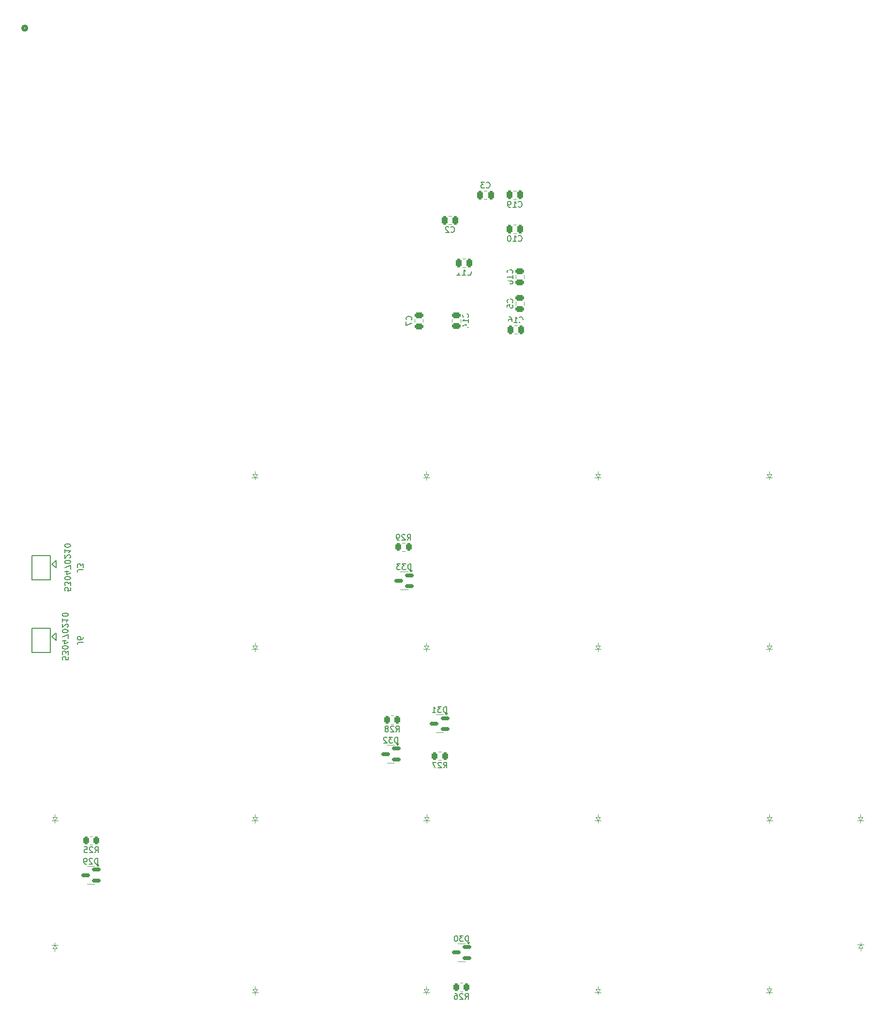
<source format=gbo>
G04 #@! TF.GenerationSoftware,KiCad,Pcbnew,8.0.5*
G04 #@! TF.CreationDate,2024-10-25T14:08:11-04:00*
G04 #@! TF.ProjectId,FULL BOARD,46554c4c-2042-44f4-9152-442e6b696361,rev?*
G04 #@! TF.SameCoordinates,Original*
G04 #@! TF.FileFunction,Legend,Bot*
G04 #@! TF.FilePolarity,Positive*
%FSLAX46Y46*%
G04 Gerber Fmt 4.6, Leading zero omitted, Abs format (unit mm)*
G04 Created by KiCad (PCBNEW 8.0.5) date 2024-10-25 14:08:11*
%MOMM*%
%LPD*%
G01*
G04 APERTURE LIST*
G04 Aperture macros list*
%AMRoundRect*
0 Rectangle with rounded corners*
0 $1 Rounding radius*
0 $2 $3 $4 $5 $6 $7 $8 $9 X,Y pos of 4 corners*
0 Add a 4 corners polygon primitive as box body*
4,1,4,$2,$3,$4,$5,$6,$7,$8,$9,$2,$3,0*
0 Add four circle primitives for the rounded corners*
1,1,$1+$1,$2,$3*
1,1,$1+$1,$4,$5*
1,1,$1+$1,$6,$7*
1,1,$1+$1,$8,$9*
0 Add four rect primitives between the rounded corners*
20,1,$1+$1,$2,$3,$4,$5,0*
20,1,$1+$1,$4,$5,$6,$7,0*
20,1,$1+$1,$6,$7,$8,$9,0*
20,1,$1+$1,$8,$9,$2,$3,0*%
G04 Aperture macros list end*
%ADD10C,0.150000*%
%ADD11C,0.508000*%
%ADD12C,0.100000*%
%ADD13C,0.127000*%
%ADD14C,0.120000*%
%ADD15C,1.600200*%
%ADD16C,0.762000*%
%ADD17C,3.556000*%
%ADD18C,1.750000*%
%ADD19C,4.000000*%
%ADD20C,2.500000*%
%ADD21C,2.006600*%
%ADD22R,1.600000X1.600000*%
%ADD23O,1.600000X1.600000*%
%ADD24R,0.850000X0.850000*%
%ADD25C,0.850000*%
%ADD26RoundRect,0.150000X0.587500X0.150000X-0.587500X0.150000X-0.587500X-0.150000X0.587500X-0.150000X0*%
%ADD27RoundRect,0.250000X0.250000X0.475000X-0.250000X0.475000X-0.250000X-0.475000X0.250000X-0.475000X0*%
%ADD28RoundRect,0.250000X-0.262500X-0.450000X0.262500X-0.450000X0.262500X0.450000X-0.262500X0.450000X0*%
%ADD29RoundRect,0.250000X-0.475000X0.250000X-0.475000X-0.250000X0.475000X-0.250000X0.475000X0.250000X0*%
%ADD30RoundRect,0.250000X-0.250000X-0.475000X0.250000X-0.475000X0.250000X0.475000X-0.250000X0.475000X0*%
%ADD31RoundRect,0.250000X0.262500X0.450000X-0.262500X0.450000X-0.262500X-0.450000X0.262500X-0.450000X0*%
%ADD32RoundRect,0.250000X0.475000X-0.250000X0.475000X0.250000X-0.475000X0.250000X-0.475000X-0.250000X0*%
%ADD33C,2.235200*%
G04 APERTURE END LIST*
D10*
X103185180Y-154703333D02*
X102470895Y-154703333D01*
X102470895Y-154703333D02*
X102328038Y-154750952D01*
X102328038Y-154750952D02*
X102232800Y-154846190D01*
X102232800Y-154846190D02*
X102185180Y-154989047D01*
X102185180Y-154989047D02*
X102185180Y-155084285D01*
X103185180Y-154322380D02*
X103185180Y-153703333D01*
X103185180Y-153703333D02*
X102804228Y-154036666D01*
X102804228Y-154036666D02*
X102804228Y-153893809D01*
X102804228Y-153893809D02*
X102756609Y-153798571D01*
X102756609Y-153798571D02*
X102708990Y-153750952D01*
X102708990Y-153750952D02*
X102613752Y-153703333D01*
X102613752Y-153703333D02*
X102375657Y-153703333D01*
X102375657Y-153703333D02*
X102280419Y-153750952D01*
X102280419Y-153750952D02*
X102232800Y-153798571D01*
X102232800Y-153798571D02*
X102185180Y-153893809D01*
X102185180Y-153893809D02*
X102185180Y-154179523D01*
X102185180Y-154179523D02*
X102232800Y-154274761D01*
X102232800Y-154274761D02*
X102280419Y-154322380D01*
X100985180Y-157846430D02*
X100985180Y-158322620D01*
X100985180Y-158322620D02*
X100508990Y-158370239D01*
X100508990Y-158370239D02*
X100556609Y-158322620D01*
X100556609Y-158322620D02*
X100604228Y-158227382D01*
X100604228Y-158227382D02*
X100604228Y-157989287D01*
X100604228Y-157989287D02*
X100556609Y-157894049D01*
X100556609Y-157894049D02*
X100508990Y-157846430D01*
X100508990Y-157846430D02*
X100413752Y-157798811D01*
X100413752Y-157798811D02*
X100175657Y-157798811D01*
X100175657Y-157798811D02*
X100080419Y-157846430D01*
X100080419Y-157846430D02*
X100032800Y-157894049D01*
X100032800Y-157894049D02*
X99985180Y-157989287D01*
X99985180Y-157989287D02*
X99985180Y-158227382D01*
X99985180Y-158227382D02*
X100032800Y-158322620D01*
X100032800Y-158322620D02*
X100080419Y-158370239D01*
X100985180Y-157465477D02*
X100985180Y-156846430D01*
X100985180Y-156846430D02*
X100604228Y-157179763D01*
X100604228Y-157179763D02*
X100604228Y-157036906D01*
X100604228Y-157036906D02*
X100556609Y-156941668D01*
X100556609Y-156941668D02*
X100508990Y-156894049D01*
X100508990Y-156894049D02*
X100413752Y-156846430D01*
X100413752Y-156846430D02*
X100175657Y-156846430D01*
X100175657Y-156846430D02*
X100080419Y-156894049D01*
X100080419Y-156894049D02*
X100032800Y-156941668D01*
X100032800Y-156941668D02*
X99985180Y-157036906D01*
X99985180Y-157036906D02*
X99985180Y-157322620D01*
X99985180Y-157322620D02*
X100032800Y-157417858D01*
X100032800Y-157417858D02*
X100080419Y-157465477D01*
X100985180Y-156227382D02*
X100985180Y-156132144D01*
X100985180Y-156132144D02*
X100937561Y-156036906D01*
X100937561Y-156036906D02*
X100889942Y-155989287D01*
X100889942Y-155989287D02*
X100794704Y-155941668D01*
X100794704Y-155941668D02*
X100604228Y-155894049D01*
X100604228Y-155894049D02*
X100366133Y-155894049D01*
X100366133Y-155894049D02*
X100175657Y-155941668D01*
X100175657Y-155941668D02*
X100080419Y-155989287D01*
X100080419Y-155989287D02*
X100032800Y-156036906D01*
X100032800Y-156036906D02*
X99985180Y-156132144D01*
X99985180Y-156132144D02*
X99985180Y-156227382D01*
X99985180Y-156227382D02*
X100032800Y-156322620D01*
X100032800Y-156322620D02*
X100080419Y-156370239D01*
X100080419Y-156370239D02*
X100175657Y-156417858D01*
X100175657Y-156417858D02*
X100366133Y-156465477D01*
X100366133Y-156465477D02*
X100604228Y-156465477D01*
X100604228Y-156465477D02*
X100794704Y-156417858D01*
X100794704Y-156417858D02*
X100889942Y-156370239D01*
X100889942Y-156370239D02*
X100937561Y-156322620D01*
X100937561Y-156322620D02*
X100985180Y-156227382D01*
X100651847Y-155036906D02*
X99985180Y-155036906D01*
X101032800Y-155275001D02*
X100318514Y-155513096D01*
X100318514Y-155513096D02*
X100318514Y-154894049D01*
X100985180Y-154608334D02*
X100985180Y-153941668D01*
X100985180Y-153941668D02*
X99985180Y-154370239D01*
X100985180Y-153370239D02*
X100985180Y-153275001D01*
X100985180Y-153275001D02*
X100937561Y-153179763D01*
X100937561Y-153179763D02*
X100889942Y-153132144D01*
X100889942Y-153132144D02*
X100794704Y-153084525D01*
X100794704Y-153084525D02*
X100604228Y-153036906D01*
X100604228Y-153036906D02*
X100366133Y-153036906D01*
X100366133Y-153036906D02*
X100175657Y-153084525D01*
X100175657Y-153084525D02*
X100080419Y-153132144D01*
X100080419Y-153132144D02*
X100032800Y-153179763D01*
X100032800Y-153179763D02*
X99985180Y-153275001D01*
X99985180Y-153275001D02*
X99985180Y-153370239D01*
X99985180Y-153370239D02*
X100032800Y-153465477D01*
X100032800Y-153465477D02*
X100080419Y-153513096D01*
X100080419Y-153513096D02*
X100175657Y-153560715D01*
X100175657Y-153560715D02*
X100366133Y-153608334D01*
X100366133Y-153608334D02*
X100604228Y-153608334D01*
X100604228Y-153608334D02*
X100794704Y-153560715D01*
X100794704Y-153560715D02*
X100889942Y-153513096D01*
X100889942Y-153513096D02*
X100937561Y-153465477D01*
X100937561Y-153465477D02*
X100985180Y-153370239D01*
X100889942Y-152655953D02*
X100937561Y-152608334D01*
X100937561Y-152608334D02*
X100985180Y-152513096D01*
X100985180Y-152513096D02*
X100985180Y-152275001D01*
X100985180Y-152275001D02*
X100937561Y-152179763D01*
X100937561Y-152179763D02*
X100889942Y-152132144D01*
X100889942Y-152132144D02*
X100794704Y-152084525D01*
X100794704Y-152084525D02*
X100699466Y-152084525D01*
X100699466Y-152084525D02*
X100556609Y-152132144D01*
X100556609Y-152132144D02*
X99985180Y-152703572D01*
X99985180Y-152703572D02*
X99985180Y-152084525D01*
X99985180Y-151132144D02*
X99985180Y-151703572D01*
X99985180Y-151417858D02*
X100985180Y-151417858D01*
X100985180Y-151417858D02*
X100842323Y-151513096D01*
X100842323Y-151513096D02*
X100747085Y-151608334D01*
X100747085Y-151608334D02*
X100699466Y-151703572D01*
X100985180Y-150513096D02*
X100985180Y-150417858D01*
X100985180Y-150417858D02*
X100937561Y-150322620D01*
X100937561Y-150322620D02*
X100889942Y-150275001D01*
X100889942Y-150275001D02*
X100794704Y-150227382D01*
X100794704Y-150227382D02*
X100604228Y-150179763D01*
X100604228Y-150179763D02*
X100366133Y-150179763D01*
X100366133Y-150179763D02*
X100175657Y-150227382D01*
X100175657Y-150227382D02*
X100080419Y-150275001D01*
X100080419Y-150275001D02*
X100032800Y-150322620D01*
X100032800Y-150322620D02*
X99985180Y-150417858D01*
X99985180Y-150417858D02*
X99985180Y-150513096D01*
X99985180Y-150513096D02*
X100032800Y-150608334D01*
X100032800Y-150608334D02*
X100080419Y-150655953D01*
X100080419Y-150655953D02*
X100175657Y-150703572D01*
X100175657Y-150703572D02*
X100366133Y-150751191D01*
X100366133Y-150751191D02*
X100604228Y-150751191D01*
X100604228Y-150751191D02*
X100794704Y-150703572D01*
X100794704Y-150703572D02*
X100889942Y-150655953D01*
X100889942Y-150655953D02*
X100937561Y-150608334D01*
X100937561Y-150608334D02*
X100985180Y-150513096D01*
X160574285Y-154664819D02*
X160574285Y-153664819D01*
X160574285Y-153664819D02*
X160336190Y-153664819D01*
X160336190Y-153664819D02*
X160193333Y-153712438D01*
X160193333Y-153712438D02*
X160098095Y-153807676D01*
X160098095Y-153807676D02*
X160050476Y-153902914D01*
X160050476Y-153902914D02*
X160002857Y-154093390D01*
X160002857Y-154093390D02*
X160002857Y-154236247D01*
X160002857Y-154236247D02*
X160050476Y-154426723D01*
X160050476Y-154426723D02*
X160098095Y-154521961D01*
X160098095Y-154521961D02*
X160193333Y-154617200D01*
X160193333Y-154617200D02*
X160336190Y-154664819D01*
X160336190Y-154664819D02*
X160574285Y-154664819D01*
X159669523Y-153664819D02*
X159050476Y-153664819D01*
X159050476Y-153664819D02*
X159383809Y-154045771D01*
X159383809Y-154045771D02*
X159240952Y-154045771D01*
X159240952Y-154045771D02*
X159145714Y-154093390D01*
X159145714Y-154093390D02*
X159098095Y-154141009D01*
X159098095Y-154141009D02*
X159050476Y-154236247D01*
X159050476Y-154236247D02*
X159050476Y-154474342D01*
X159050476Y-154474342D02*
X159098095Y-154569580D01*
X159098095Y-154569580D02*
X159145714Y-154617200D01*
X159145714Y-154617200D02*
X159240952Y-154664819D01*
X159240952Y-154664819D02*
X159526666Y-154664819D01*
X159526666Y-154664819D02*
X159621904Y-154617200D01*
X159621904Y-154617200D02*
X159669523Y-154569580D01*
X158717142Y-153664819D02*
X158098095Y-153664819D01*
X158098095Y-153664819D02*
X158431428Y-154045771D01*
X158431428Y-154045771D02*
X158288571Y-154045771D01*
X158288571Y-154045771D02*
X158193333Y-154093390D01*
X158193333Y-154093390D02*
X158145714Y-154141009D01*
X158145714Y-154141009D02*
X158098095Y-154236247D01*
X158098095Y-154236247D02*
X158098095Y-154474342D01*
X158098095Y-154474342D02*
X158145714Y-154569580D01*
X158145714Y-154569580D02*
X158193333Y-154617200D01*
X158193333Y-154617200D02*
X158288571Y-154664819D01*
X158288571Y-154664819D02*
X158574285Y-154664819D01*
X158574285Y-154664819D02*
X158669523Y-154617200D01*
X158669523Y-154617200D02*
X158717142Y-154569580D01*
X179542857Y-111419580D02*
X179590476Y-111467200D01*
X179590476Y-111467200D02*
X179733333Y-111514819D01*
X179733333Y-111514819D02*
X179828571Y-111514819D01*
X179828571Y-111514819D02*
X179971428Y-111467200D01*
X179971428Y-111467200D02*
X180066666Y-111371961D01*
X180066666Y-111371961D02*
X180114285Y-111276723D01*
X180114285Y-111276723D02*
X180161904Y-111086247D01*
X180161904Y-111086247D02*
X180161904Y-110943390D01*
X180161904Y-110943390D02*
X180114285Y-110752914D01*
X180114285Y-110752914D02*
X180066666Y-110657676D01*
X180066666Y-110657676D02*
X179971428Y-110562438D01*
X179971428Y-110562438D02*
X179828571Y-110514819D01*
X179828571Y-110514819D02*
X179733333Y-110514819D01*
X179733333Y-110514819D02*
X179590476Y-110562438D01*
X179590476Y-110562438D02*
X179542857Y-110610057D01*
X178590476Y-111514819D02*
X179161904Y-111514819D01*
X178876190Y-111514819D02*
X178876190Y-110514819D01*
X178876190Y-110514819D02*
X178971428Y-110657676D01*
X178971428Y-110657676D02*
X179066666Y-110752914D01*
X179066666Y-110752914D02*
X179161904Y-110800533D01*
X177733333Y-110514819D02*
X177923809Y-110514819D01*
X177923809Y-110514819D02*
X178019047Y-110562438D01*
X178019047Y-110562438D02*
X178066666Y-110610057D01*
X178066666Y-110610057D02*
X178161904Y-110752914D01*
X178161904Y-110752914D02*
X178209523Y-110943390D01*
X178209523Y-110943390D02*
X178209523Y-111324342D01*
X178209523Y-111324342D02*
X178161904Y-111419580D01*
X178161904Y-111419580D02*
X178114285Y-111467200D01*
X178114285Y-111467200D02*
X178019047Y-111514819D01*
X178019047Y-111514819D02*
X177828571Y-111514819D01*
X177828571Y-111514819D02*
X177733333Y-111467200D01*
X177733333Y-111467200D02*
X177685714Y-111419580D01*
X177685714Y-111419580D02*
X177638095Y-111324342D01*
X177638095Y-111324342D02*
X177638095Y-111086247D01*
X177638095Y-111086247D02*
X177685714Y-110991009D01*
X177685714Y-110991009D02*
X177733333Y-110943390D01*
X177733333Y-110943390D02*
X177828571Y-110895771D01*
X177828571Y-110895771D02*
X178019047Y-110895771D01*
X178019047Y-110895771D02*
X178114285Y-110943390D01*
X178114285Y-110943390D02*
X178161904Y-110991009D01*
X178161904Y-110991009D02*
X178209523Y-111086247D01*
X170030357Y-229764819D02*
X170363690Y-229288628D01*
X170601785Y-229764819D02*
X170601785Y-228764819D01*
X170601785Y-228764819D02*
X170220833Y-228764819D01*
X170220833Y-228764819D02*
X170125595Y-228812438D01*
X170125595Y-228812438D02*
X170077976Y-228860057D01*
X170077976Y-228860057D02*
X170030357Y-228955295D01*
X170030357Y-228955295D02*
X170030357Y-229098152D01*
X170030357Y-229098152D02*
X170077976Y-229193390D01*
X170077976Y-229193390D02*
X170125595Y-229241009D01*
X170125595Y-229241009D02*
X170220833Y-229288628D01*
X170220833Y-229288628D02*
X170601785Y-229288628D01*
X169649404Y-228860057D02*
X169601785Y-228812438D01*
X169601785Y-228812438D02*
X169506547Y-228764819D01*
X169506547Y-228764819D02*
X169268452Y-228764819D01*
X169268452Y-228764819D02*
X169173214Y-228812438D01*
X169173214Y-228812438D02*
X169125595Y-228860057D01*
X169125595Y-228860057D02*
X169077976Y-228955295D01*
X169077976Y-228955295D02*
X169077976Y-229050533D01*
X169077976Y-229050533D02*
X169125595Y-229193390D01*
X169125595Y-229193390D02*
X169697023Y-229764819D01*
X169697023Y-229764819D02*
X169077976Y-229764819D01*
X168220833Y-228764819D02*
X168411309Y-228764819D01*
X168411309Y-228764819D02*
X168506547Y-228812438D01*
X168506547Y-228812438D02*
X168554166Y-228860057D01*
X168554166Y-228860057D02*
X168649404Y-229002914D01*
X168649404Y-229002914D02*
X168697023Y-229193390D01*
X168697023Y-229193390D02*
X168697023Y-229574342D01*
X168697023Y-229574342D02*
X168649404Y-229669580D01*
X168649404Y-229669580D02*
X168601785Y-229717200D01*
X168601785Y-229717200D02*
X168506547Y-229764819D01*
X168506547Y-229764819D02*
X168316071Y-229764819D01*
X168316071Y-229764819D02*
X168220833Y-229717200D01*
X168220833Y-229717200D02*
X168173214Y-229669580D01*
X168173214Y-229669580D02*
X168125595Y-229574342D01*
X168125595Y-229574342D02*
X168125595Y-229336247D01*
X168125595Y-229336247D02*
X168173214Y-229241009D01*
X168173214Y-229241009D02*
X168220833Y-229193390D01*
X168220833Y-229193390D02*
X168316071Y-229145771D01*
X168316071Y-229145771D02*
X168506547Y-229145771D01*
X168506547Y-229145771D02*
X168601785Y-229193390D01*
X168601785Y-229193390D02*
X168649404Y-229241009D01*
X168649404Y-229241009D02*
X168697023Y-229336247D01*
X160629580Y-111033333D02*
X160677200Y-110985714D01*
X160677200Y-110985714D02*
X160724819Y-110842857D01*
X160724819Y-110842857D02*
X160724819Y-110747619D01*
X160724819Y-110747619D02*
X160677200Y-110604762D01*
X160677200Y-110604762D02*
X160581961Y-110509524D01*
X160581961Y-110509524D02*
X160486723Y-110461905D01*
X160486723Y-110461905D02*
X160296247Y-110414286D01*
X160296247Y-110414286D02*
X160153390Y-110414286D01*
X160153390Y-110414286D02*
X159962914Y-110461905D01*
X159962914Y-110461905D02*
X159867676Y-110509524D01*
X159867676Y-110509524D02*
X159772438Y-110604762D01*
X159772438Y-110604762D02*
X159724819Y-110747619D01*
X159724819Y-110747619D02*
X159724819Y-110842857D01*
X159724819Y-110842857D02*
X159772438Y-110985714D01*
X159772438Y-110985714D02*
X159820057Y-111033333D01*
X159724819Y-111366667D02*
X159724819Y-112033333D01*
X159724819Y-112033333D02*
X160724819Y-111604762D01*
X170502857Y-103139580D02*
X170550476Y-103187200D01*
X170550476Y-103187200D02*
X170693333Y-103234819D01*
X170693333Y-103234819D02*
X170788571Y-103234819D01*
X170788571Y-103234819D02*
X170931428Y-103187200D01*
X170931428Y-103187200D02*
X171026666Y-103091961D01*
X171026666Y-103091961D02*
X171074285Y-102996723D01*
X171074285Y-102996723D02*
X171121904Y-102806247D01*
X171121904Y-102806247D02*
X171121904Y-102663390D01*
X171121904Y-102663390D02*
X171074285Y-102472914D01*
X171074285Y-102472914D02*
X171026666Y-102377676D01*
X171026666Y-102377676D02*
X170931428Y-102282438D01*
X170931428Y-102282438D02*
X170788571Y-102234819D01*
X170788571Y-102234819D02*
X170693333Y-102234819D01*
X170693333Y-102234819D02*
X170550476Y-102282438D01*
X170550476Y-102282438D02*
X170502857Y-102330057D01*
X169550476Y-103234819D02*
X170121904Y-103234819D01*
X169836190Y-103234819D02*
X169836190Y-102234819D01*
X169836190Y-102234819D02*
X169931428Y-102377676D01*
X169931428Y-102377676D02*
X170026666Y-102472914D01*
X170026666Y-102472914D02*
X170121904Y-102520533D01*
X168598095Y-103234819D02*
X169169523Y-103234819D01*
X168883809Y-103234819D02*
X168883809Y-102234819D01*
X168883809Y-102234819D02*
X168979047Y-102377676D01*
X168979047Y-102377676D02*
X169074285Y-102472914D01*
X169074285Y-102472914D02*
X169169523Y-102520533D01*
X179372857Y-91219580D02*
X179420476Y-91267200D01*
X179420476Y-91267200D02*
X179563333Y-91314819D01*
X179563333Y-91314819D02*
X179658571Y-91314819D01*
X179658571Y-91314819D02*
X179801428Y-91267200D01*
X179801428Y-91267200D02*
X179896666Y-91171961D01*
X179896666Y-91171961D02*
X179944285Y-91076723D01*
X179944285Y-91076723D02*
X179991904Y-90886247D01*
X179991904Y-90886247D02*
X179991904Y-90743390D01*
X179991904Y-90743390D02*
X179944285Y-90552914D01*
X179944285Y-90552914D02*
X179896666Y-90457676D01*
X179896666Y-90457676D02*
X179801428Y-90362438D01*
X179801428Y-90362438D02*
X179658571Y-90314819D01*
X179658571Y-90314819D02*
X179563333Y-90314819D01*
X179563333Y-90314819D02*
X179420476Y-90362438D01*
X179420476Y-90362438D02*
X179372857Y-90410057D01*
X178420476Y-91314819D02*
X178991904Y-91314819D01*
X178706190Y-91314819D02*
X178706190Y-90314819D01*
X178706190Y-90314819D02*
X178801428Y-90457676D01*
X178801428Y-90457676D02*
X178896666Y-90552914D01*
X178896666Y-90552914D02*
X178991904Y-90600533D01*
X177944285Y-91314819D02*
X177753809Y-91314819D01*
X177753809Y-91314819D02*
X177658571Y-91267200D01*
X177658571Y-91267200D02*
X177610952Y-91219580D01*
X177610952Y-91219580D02*
X177515714Y-91076723D01*
X177515714Y-91076723D02*
X177468095Y-90886247D01*
X177468095Y-90886247D02*
X177468095Y-90505295D01*
X177468095Y-90505295D02*
X177515714Y-90410057D01*
X177515714Y-90410057D02*
X177563333Y-90362438D01*
X177563333Y-90362438D02*
X177658571Y-90314819D01*
X177658571Y-90314819D02*
X177849047Y-90314819D01*
X177849047Y-90314819D02*
X177944285Y-90362438D01*
X177944285Y-90362438D02*
X177991904Y-90410057D01*
X177991904Y-90410057D02*
X178039523Y-90505295D01*
X178039523Y-90505295D02*
X178039523Y-90743390D01*
X178039523Y-90743390D02*
X177991904Y-90838628D01*
X177991904Y-90838628D02*
X177944285Y-90886247D01*
X177944285Y-90886247D02*
X177849047Y-90933866D01*
X177849047Y-90933866D02*
X177658571Y-90933866D01*
X177658571Y-90933866D02*
X177563333Y-90886247D01*
X177563333Y-90886247D02*
X177515714Y-90838628D01*
X177515714Y-90838628D02*
X177468095Y-90743390D01*
X178299580Y-102857142D02*
X178347200Y-102809523D01*
X178347200Y-102809523D02*
X178394819Y-102666666D01*
X178394819Y-102666666D02*
X178394819Y-102571428D01*
X178394819Y-102571428D02*
X178347200Y-102428571D01*
X178347200Y-102428571D02*
X178251961Y-102333333D01*
X178251961Y-102333333D02*
X178156723Y-102285714D01*
X178156723Y-102285714D02*
X177966247Y-102238095D01*
X177966247Y-102238095D02*
X177823390Y-102238095D01*
X177823390Y-102238095D02*
X177632914Y-102285714D01*
X177632914Y-102285714D02*
X177537676Y-102333333D01*
X177537676Y-102333333D02*
X177442438Y-102428571D01*
X177442438Y-102428571D02*
X177394819Y-102571428D01*
X177394819Y-102571428D02*
X177394819Y-102666666D01*
X177394819Y-102666666D02*
X177442438Y-102809523D01*
X177442438Y-102809523D02*
X177490057Y-102857142D01*
X178394819Y-103809523D02*
X178394819Y-103238095D01*
X178394819Y-103523809D02*
X177394819Y-103523809D01*
X177394819Y-103523809D02*
X177537676Y-103428571D01*
X177537676Y-103428571D02*
X177632914Y-103333333D01*
X177632914Y-103333333D02*
X177680533Y-103238095D01*
X177823390Y-104380952D02*
X177775771Y-104285714D01*
X177775771Y-104285714D02*
X177728152Y-104238095D01*
X177728152Y-104238095D02*
X177632914Y-104190476D01*
X177632914Y-104190476D02*
X177585295Y-104190476D01*
X177585295Y-104190476D02*
X177490057Y-104238095D01*
X177490057Y-104238095D02*
X177442438Y-104285714D01*
X177442438Y-104285714D02*
X177394819Y-104380952D01*
X177394819Y-104380952D02*
X177394819Y-104571428D01*
X177394819Y-104571428D02*
X177442438Y-104666666D01*
X177442438Y-104666666D02*
X177490057Y-104714285D01*
X177490057Y-104714285D02*
X177585295Y-104761904D01*
X177585295Y-104761904D02*
X177632914Y-104761904D01*
X177632914Y-104761904D02*
X177728152Y-104714285D01*
X177728152Y-104714285D02*
X177775771Y-104666666D01*
X177775771Y-104666666D02*
X177823390Y-104571428D01*
X177823390Y-104571428D02*
X177823390Y-104380952D01*
X177823390Y-104380952D02*
X177871009Y-104285714D01*
X177871009Y-104285714D02*
X177918628Y-104238095D01*
X177918628Y-104238095D02*
X178013866Y-104190476D01*
X178013866Y-104190476D02*
X178204342Y-104190476D01*
X178204342Y-104190476D02*
X178299580Y-104238095D01*
X178299580Y-104238095D02*
X178347200Y-104285714D01*
X178347200Y-104285714D02*
X178394819Y-104380952D01*
X178394819Y-104380952D02*
X178394819Y-104571428D01*
X178394819Y-104571428D02*
X178347200Y-104666666D01*
X178347200Y-104666666D02*
X178299580Y-104714285D01*
X178299580Y-104714285D02*
X178204342Y-104761904D01*
X178204342Y-104761904D02*
X178013866Y-104761904D01*
X178013866Y-104761904D02*
X177918628Y-104714285D01*
X177918628Y-104714285D02*
X177871009Y-104666666D01*
X177871009Y-104666666D02*
X177823390Y-104571428D01*
X105776785Y-206124819D02*
X105776785Y-205124819D01*
X105776785Y-205124819D02*
X105538690Y-205124819D01*
X105538690Y-205124819D02*
X105395833Y-205172438D01*
X105395833Y-205172438D02*
X105300595Y-205267676D01*
X105300595Y-205267676D02*
X105252976Y-205362914D01*
X105252976Y-205362914D02*
X105205357Y-205553390D01*
X105205357Y-205553390D02*
X105205357Y-205696247D01*
X105205357Y-205696247D02*
X105252976Y-205886723D01*
X105252976Y-205886723D02*
X105300595Y-205981961D01*
X105300595Y-205981961D02*
X105395833Y-206077200D01*
X105395833Y-206077200D02*
X105538690Y-206124819D01*
X105538690Y-206124819D02*
X105776785Y-206124819D01*
X104824404Y-205220057D02*
X104776785Y-205172438D01*
X104776785Y-205172438D02*
X104681547Y-205124819D01*
X104681547Y-205124819D02*
X104443452Y-205124819D01*
X104443452Y-205124819D02*
X104348214Y-205172438D01*
X104348214Y-205172438D02*
X104300595Y-205220057D01*
X104300595Y-205220057D02*
X104252976Y-205315295D01*
X104252976Y-205315295D02*
X104252976Y-205410533D01*
X104252976Y-205410533D02*
X104300595Y-205553390D01*
X104300595Y-205553390D02*
X104872023Y-206124819D01*
X104872023Y-206124819D02*
X104252976Y-206124819D01*
X103776785Y-206124819D02*
X103586309Y-206124819D01*
X103586309Y-206124819D02*
X103491071Y-206077200D01*
X103491071Y-206077200D02*
X103443452Y-206029580D01*
X103443452Y-206029580D02*
X103348214Y-205886723D01*
X103348214Y-205886723D02*
X103300595Y-205696247D01*
X103300595Y-205696247D02*
X103300595Y-205315295D01*
X103300595Y-205315295D02*
X103348214Y-205220057D01*
X103348214Y-205220057D02*
X103395833Y-205172438D01*
X103395833Y-205172438D02*
X103491071Y-205124819D01*
X103491071Y-205124819D02*
X103681547Y-205124819D01*
X103681547Y-205124819D02*
X103776785Y-205172438D01*
X103776785Y-205172438D02*
X103824404Y-205220057D01*
X103824404Y-205220057D02*
X103872023Y-205315295D01*
X103872023Y-205315295D02*
X103872023Y-205553390D01*
X103872023Y-205553390D02*
X103824404Y-205648628D01*
X103824404Y-205648628D02*
X103776785Y-205696247D01*
X103776785Y-205696247D02*
X103681547Y-205743866D01*
X103681547Y-205743866D02*
X103491071Y-205743866D01*
X103491071Y-205743866D02*
X103395833Y-205696247D01*
X103395833Y-205696247D02*
X103348214Y-205648628D01*
X103348214Y-205648628D02*
X103300595Y-205553390D01*
X178299580Y-107993333D02*
X178347200Y-107945714D01*
X178347200Y-107945714D02*
X178394819Y-107802857D01*
X178394819Y-107802857D02*
X178394819Y-107707619D01*
X178394819Y-107707619D02*
X178347200Y-107564762D01*
X178347200Y-107564762D02*
X178251961Y-107469524D01*
X178251961Y-107469524D02*
X178156723Y-107421905D01*
X178156723Y-107421905D02*
X177966247Y-107374286D01*
X177966247Y-107374286D02*
X177823390Y-107374286D01*
X177823390Y-107374286D02*
X177632914Y-107421905D01*
X177632914Y-107421905D02*
X177537676Y-107469524D01*
X177537676Y-107469524D02*
X177442438Y-107564762D01*
X177442438Y-107564762D02*
X177394819Y-107707619D01*
X177394819Y-107707619D02*
X177394819Y-107802857D01*
X177394819Y-107802857D02*
X177442438Y-107945714D01*
X177442438Y-107945714D02*
X177490057Y-107993333D01*
X177394819Y-108898095D02*
X177394819Y-108421905D01*
X177394819Y-108421905D02*
X177871009Y-108374286D01*
X177871009Y-108374286D02*
X177823390Y-108421905D01*
X177823390Y-108421905D02*
X177775771Y-108517143D01*
X177775771Y-108517143D02*
X177775771Y-108755238D01*
X177775771Y-108755238D02*
X177823390Y-108850476D01*
X177823390Y-108850476D02*
X177871009Y-108898095D01*
X177871009Y-108898095D02*
X177966247Y-108945714D01*
X177966247Y-108945714D02*
X178204342Y-108945714D01*
X178204342Y-108945714D02*
X178299580Y-108898095D01*
X178299580Y-108898095D02*
X178347200Y-108850476D01*
X178347200Y-108850476D02*
X178394819Y-108755238D01*
X178394819Y-108755238D02*
X178394819Y-108517143D01*
X178394819Y-108517143D02*
X178347200Y-108421905D01*
X178347200Y-108421905D02*
X178299580Y-108374286D01*
X157935357Y-183024819D02*
X158268690Y-182548628D01*
X158506785Y-183024819D02*
X158506785Y-182024819D01*
X158506785Y-182024819D02*
X158125833Y-182024819D01*
X158125833Y-182024819D02*
X158030595Y-182072438D01*
X158030595Y-182072438D02*
X157982976Y-182120057D01*
X157982976Y-182120057D02*
X157935357Y-182215295D01*
X157935357Y-182215295D02*
X157935357Y-182358152D01*
X157935357Y-182358152D02*
X157982976Y-182453390D01*
X157982976Y-182453390D02*
X158030595Y-182501009D01*
X158030595Y-182501009D02*
X158125833Y-182548628D01*
X158125833Y-182548628D02*
X158506785Y-182548628D01*
X157554404Y-182120057D02*
X157506785Y-182072438D01*
X157506785Y-182072438D02*
X157411547Y-182024819D01*
X157411547Y-182024819D02*
X157173452Y-182024819D01*
X157173452Y-182024819D02*
X157078214Y-182072438D01*
X157078214Y-182072438D02*
X157030595Y-182120057D01*
X157030595Y-182120057D02*
X156982976Y-182215295D01*
X156982976Y-182215295D02*
X156982976Y-182310533D01*
X156982976Y-182310533D02*
X157030595Y-182453390D01*
X157030595Y-182453390D02*
X157602023Y-183024819D01*
X157602023Y-183024819D02*
X156982976Y-183024819D01*
X156411547Y-182453390D02*
X156506785Y-182405771D01*
X156506785Y-182405771D02*
X156554404Y-182358152D01*
X156554404Y-182358152D02*
X156602023Y-182262914D01*
X156602023Y-182262914D02*
X156602023Y-182215295D01*
X156602023Y-182215295D02*
X156554404Y-182120057D01*
X156554404Y-182120057D02*
X156506785Y-182072438D01*
X156506785Y-182072438D02*
X156411547Y-182024819D01*
X156411547Y-182024819D02*
X156221071Y-182024819D01*
X156221071Y-182024819D02*
X156125833Y-182072438D01*
X156125833Y-182072438D02*
X156078214Y-182120057D01*
X156078214Y-182120057D02*
X156030595Y-182215295D01*
X156030595Y-182215295D02*
X156030595Y-182262914D01*
X156030595Y-182262914D02*
X156078214Y-182358152D01*
X156078214Y-182358152D02*
X156125833Y-182405771D01*
X156125833Y-182405771D02*
X156221071Y-182453390D01*
X156221071Y-182453390D02*
X156411547Y-182453390D01*
X156411547Y-182453390D02*
X156506785Y-182501009D01*
X156506785Y-182501009D02*
X156554404Y-182548628D01*
X156554404Y-182548628D02*
X156602023Y-182643866D01*
X156602023Y-182643866D02*
X156602023Y-182834342D01*
X156602023Y-182834342D02*
X156554404Y-182929580D01*
X156554404Y-182929580D02*
X156506785Y-182977200D01*
X156506785Y-182977200D02*
X156411547Y-183024819D01*
X156411547Y-183024819D02*
X156221071Y-183024819D01*
X156221071Y-183024819D02*
X156125833Y-182977200D01*
X156125833Y-182977200D02*
X156078214Y-182929580D01*
X156078214Y-182929580D02*
X156030595Y-182834342D01*
X156030595Y-182834342D02*
X156030595Y-182643866D01*
X156030595Y-182643866D02*
X156078214Y-182548628D01*
X156078214Y-182548628D02*
X156125833Y-182501009D01*
X156125833Y-182501009D02*
X156221071Y-182453390D01*
X170631785Y-219654819D02*
X170631785Y-218654819D01*
X170631785Y-218654819D02*
X170393690Y-218654819D01*
X170393690Y-218654819D02*
X170250833Y-218702438D01*
X170250833Y-218702438D02*
X170155595Y-218797676D01*
X170155595Y-218797676D02*
X170107976Y-218892914D01*
X170107976Y-218892914D02*
X170060357Y-219083390D01*
X170060357Y-219083390D02*
X170060357Y-219226247D01*
X170060357Y-219226247D02*
X170107976Y-219416723D01*
X170107976Y-219416723D02*
X170155595Y-219511961D01*
X170155595Y-219511961D02*
X170250833Y-219607200D01*
X170250833Y-219607200D02*
X170393690Y-219654819D01*
X170393690Y-219654819D02*
X170631785Y-219654819D01*
X169727023Y-218654819D02*
X169107976Y-218654819D01*
X169107976Y-218654819D02*
X169441309Y-219035771D01*
X169441309Y-219035771D02*
X169298452Y-219035771D01*
X169298452Y-219035771D02*
X169203214Y-219083390D01*
X169203214Y-219083390D02*
X169155595Y-219131009D01*
X169155595Y-219131009D02*
X169107976Y-219226247D01*
X169107976Y-219226247D02*
X169107976Y-219464342D01*
X169107976Y-219464342D02*
X169155595Y-219559580D01*
X169155595Y-219559580D02*
X169203214Y-219607200D01*
X169203214Y-219607200D02*
X169298452Y-219654819D01*
X169298452Y-219654819D02*
X169584166Y-219654819D01*
X169584166Y-219654819D02*
X169679404Y-219607200D01*
X169679404Y-219607200D02*
X169727023Y-219559580D01*
X168488928Y-218654819D02*
X168393690Y-218654819D01*
X168393690Y-218654819D02*
X168298452Y-218702438D01*
X168298452Y-218702438D02*
X168250833Y-218750057D01*
X168250833Y-218750057D02*
X168203214Y-218845295D01*
X168203214Y-218845295D02*
X168155595Y-219035771D01*
X168155595Y-219035771D02*
X168155595Y-219273866D01*
X168155595Y-219273866D02*
X168203214Y-219464342D01*
X168203214Y-219464342D02*
X168250833Y-219559580D01*
X168250833Y-219559580D02*
X168298452Y-219607200D01*
X168298452Y-219607200D02*
X168393690Y-219654819D01*
X168393690Y-219654819D02*
X168488928Y-219654819D01*
X168488928Y-219654819D02*
X168584166Y-219607200D01*
X168584166Y-219607200D02*
X168631785Y-219559580D01*
X168631785Y-219559580D02*
X168679404Y-219464342D01*
X168679404Y-219464342D02*
X168727023Y-219273866D01*
X168727023Y-219273866D02*
X168727023Y-219035771D01*
X168727023Y-219035771D02*
X168679404Y-218845295D01*
X168679404Y-218845295D02*
X168631785Y-218750057D01*
X168631785Y-218750057D02*
X168584166Y-218702438D01*
X168584166Y-218702438D02*
X168488928Y-218654819D01*
X103205180Y-167368332D02*
X102490895Y-167368332D01*
X102490895Y-167368332D02*
X102348038Y-167415951D01*
X102348038Y-167415951D02*
X102252800Y-167511189D01*
X102252800Y-167511189D02*
X102205180Y-167654046D01*
X102205180Y-167654046D02*
X102205180Y-167749284D01*
X103205180Y-166463570D02*
X103205180Y-166654046D01*
X103205180Y-166654046D02*
X103157561Y-166749284D01*
X103157561Y-166749284D02*
X103109942Y-166796903D01*
X103109942Y-166796903D02*
X102967085Y-166892141D01*
X102967085Y-166892141D02*
X102776609Y-166939760D01*
X102776609Y-166939760D02*
X102395657Y-166939760D01*
X102395657Y-166939760D02*
X102300419Y-166892141D01*
X102300419Y-166892141D02*
X102252800Y-166844522D01*
X102252800Y-166844522D02*
X102205180Y-166749284D01*
X102205180Y-166749284D02*
X102205180Y-166558808D01*
X102205180Y-166558808D02*
X102252800Y-166463570D01*
X102252800Y-166463570D02*
X102300419Y-166415951D01*
X102300419Y-166415951D02*
X102395657Y-166368332D01*
X102395657Y-166368332D02*
X102633752Y-166368332D01*
X102633752Y-166368332D02*
X102728990Y-166415951D01*
X102728990Y-166415951D02*
X102776609Y-166463570D01*
X102776609Y-166463570D02*
X102824228Y-166558808D01*
X102824228Y-166558808D02*
X102824228Y-166749284D01*
X102824228Y-166749284D02*
X102776609Y-166844522D01*
X102776609Y-166844522D02*
X102728990Y-166892141D01*
X102728990Y-166892141D02*
X102633752Y-166939760D01*
X100565180Y-169941429D02*
X100565180Y-170417619D01*
X100565180Y-170417619D02*
X100088990Y-170465238D01*
X100088990Y-170465238D02*
X100136609Y-170417619D01*
X100136609Y-170417619D02*
X100184228Y-170322381D01*
X100184228Y-170322381D02*
X100184228Y-170084286D01*
X100184228Y-170084286D02*
X100136609Y-169989048D01*
X100136609Y-169989048D02*
X100088990Y-169941429D01*
X100088990Y-169941429D02*
X99993752Y-169893810D01*
X99993752Y-169893810D02*
X99755657Y-169893810D01*
X99755657Y-169893810D02*
X99660419Y-169941429D01*
X99660419Y-169941429D02*
X99612800Y-169989048D01*
X99612800Y-169989048D02*
X99565180Y-170084286D01*
X99565180Y-170084286D02*
X99565180Y-170322381D01*
X99565180Y-170322381D02*
X99612800Y-170417619D01*
X99612800Y-170417619D02*
X99660419Y-170465238D01*
X100565180Y-169560476D02*
X100565180Y-168941429D01*
X100565180Y-168941429D02*
X100184228Y-169274762D01*
X100184228Y-169274762D02*
X100184228Y-169131905D01*
X100184228Y-169131905D02*
X100136609Y-169036667D01*
X100136609Y-169036667D02*
X100088990Y-168989048D01*
X100088990Y-168989048D02*
X99993752Y-168941429D01*
X99993752Y-168941429D02*
X99755657Y-168941429D01*
X99755657Y-168941429D02*
X99660419Y-168989048D01*
X99660419Y-168989048D02*
X99612800Y-169036667D01*
X99612800Y-169036667D02*
X99565180Y-169131905D01*
X99565180Y-169131905D02*
X99565180Y-169417619D01*
X99565180Y-169417619D02*
X99612800Y-169512857D01*
X99612800Y-169512857D02*
X99660419Y-169560476D01*
X100565180Y-168322381D02*
X100565180Y-168227143D01*
X100565180Y-168227143D02*
X100517561Y-168131905D01*
X100517561Y-168131905D02*
X100469942Y-168084286D01*
X100469942Y-168084286D02*
X100374704Y-168036667D01*
X100374704Y-168036667D02*
X100184228Y-167989048D01*
X100184228Y-167989048D02*
X99946133Y-167989048D01*
X99946133Y-167989048D02*
X99755657Y-168036667D01*
X99755657Y-168036667D02*
X99660419Y-168084286D01*
X99660419Y-168084286D02*
X99612800Y-168131905D01*
X99612800Y-168131905D02*
X99565180Y-168227143D01*
X99565180Y-168227143D02*
X99565180Y-168322381D01*
X99565180Y-168322381D02*
X99612800Y-168417619D01*
X99612800Y-168417619D02*
X99660419Y-168465238D01*
X99660419Y-168465238D02*
X99755657Y-168512857D01*
X99755657Y-168512857D02*
X99946133Y-168560476D01*
X99946133Y-168560476D02*
X100184228Y-168560476D01*
X100184228Y-168560476D02*
X100374704Y-168512857D01*
X100374704Y-168512857D02*
X100469942Y-168465238D01*
X100469942Y-168465238D02*
X100517561Y-168417619D01*
X100517561Y-168417619D02*
X100565180Y-168322381D01*
X100231847Y-167131905D02*
X99565180Y-167131905D01*
X100612800Y-167370000D02*
X99898514Y-167608095D01*
X99898514Y-167608095D02*
X99898514Y-166989048D01*
X100565180Y-166703333D02*
X100565180Y-166036667D01*
X100565180Y-166036667D02*
X99565180Y-166465238D01*
X100565180Y-165465238D02*
X100565180Y-165370000D01*
X100565180Y-165370000D02*
X100517561Y-165274762D01*
X100517561Y-165274762D02*
X100469942Y-165227143D01*
X100469942Y-165227143D02*
X100374704Y-165179524D01*
X100374704Y-165179524D02*
X100184228Y-165131905D01*
X100184228Y-165131905D02*
X99946133Y-165131905D01*
X99946133Y-165131905D02*
X99755657Y-165179524D01*
X99755657Y-165179524D02*
X99660419Y-165227143D01*
X99660419Y-165227143D02*
X99612800Y-165274762D01*
X99612800Y-165274762D02*
X99565180Y-165370000D01*
X99565180Y-165370000D02*
X99565180Y-165465238D01*
X99565180Y-165465238D02*
X99612800Y-165560476D01*
X99612800Y-165560476D02*
X99660419Y-165608095D01*
X99660419Y-165608095D02*
X99755657Y-165655714D01*
X99755657Y-165655714D02*
X99946133Y-165703333D01*
X99946133Y-165703333D02*
X100184228Y-165703333D01*
X100184228Y-165703333D02*
X100374704Y-165655714D01*
X100374704Y-165655714D02*
X100469942Y-165608095D01*
X100469942Y-165608095D02*
X100517561Y-165560476D01*
X100517561Y-165560476D02*
X100565180Y-165465238D01*
X100469942Y-164750952D02*
X100517561Y-164703333D01*
X100517561Y-164703333D02*
X100565180Y-164608095D01*
X100565180Y-164608095D02*
X100565180Y-164370000D01*
X100565180Y-164370000D02*
X100517561Y-164274762D01*
X100517561Y-164274762D02*
X100469942Y-164227143D01*
X100469942Y-164227143D02*
X100374704Y-164179524D01*
X100374704Y-164179524D02*
X100279466Y-164179524D01*
X100279466Y-164179524D02*
X100136609Y-164227143D01*
X100136609Y-164227143D02*
X99565180Y-164798571D01*
X99565180Y-164798571D02*
X99565180Y-164179524D01*
X99565180Y-163227143D02*
X99565180Y-163798571D01*
X99565180Y-163512857D02*
X100565180Y-163512857D01*
X100565180Y-163512857D02*
X100422323Y-163608095D01*
X100422323Y-163608095D02*
X100327085Y-163703333D01*
X100327085Y-163703333D02*
X100279466Y-163798571D01*
X100565180Y-162608095D02*
X100565180Y-162512857D01*
X100565180Y-162512857D02*
X100517561Y-162417619D01*
X100517561Y-162417619D02*
X100469942Y-162370000D01*
X100469942Y-162370000D02*
X100374704Y-162322381D01*
X100374704Y-162322381D02*
X100184228Y-162274762D01*
X100184228Y-162274762D02*
X99946133Y-162274762D01*
X99946133Y-162274762D02*
X99755657Y-162322381D01*
X99755657Y-162322381D02*
X99660419Y-162370000D01*
X99660419Y-162370000D02*
X99612800Y-162417619D01*
X99612800Y-162417619D02*
X99565180Y-162512857D01*
X99565180Y-162512857D02*
X99565180Y-162608095D01*
X99565180Y-162608095D02*
X99612800Y-162703333D01*
X99612800Y-162703333D02*
X99660419Y-162750952D01*
X99660419Y-162750952D02*
X99755657Y-162798571D01*
X99755657Y-162798571D02*
X99946133Y-162846190D01*
X99946133Y-162846190D02*
X100184228Y-162846190D01*
X100184228Y-162846190D02*
X100374704Y-162798571D01*
X100374704Y-162798571D02*
X100469942Y-162750952D01*
X100469942Y-162750952D02*
X100517561Y-162703333D01*
X100517561Y-162703333D02*
X100565180Y-162608095D01*
X167566666Y-95639580D02*
X167614285Y-95687200D01*
X167614285Y-95687200D02*
X167757142Y-95734819D01*
X167757142Y-95734819D02*
X167852380Y-95734819D01*
X167852380Y-95734819D02*
X167995237Y-95687200D01*
X167995237Y-95687200D02*
X168090475Y-95591961D01*
X168090475Y-95591961D02*
X168138094Y-95496723D01*
X168138094Y-95496723D02*
X168185713Y-95306247D01*
X168185713Y-95306247D02*
X168185713Y-95163390D01*
X168185713Y-95163390D02*
X168138094Y-94972914D01*
X168138094Y-94972914D02*
X168090475Y-94877676D01*
X168090475Y-94877676D02*
X167995237Y-94782438D01*
X167995237Y-94782438D02*
X167852380Y-94734819D01*
X167852380Y-94734819D02*
X167757142Y-94734819D01*
X167757142Y-94734819D02*
X167614285Y-94782438D01*
X167614285Y-94782438D02*
X167566666Y-94830057D01*
X167185713Y-94830057D02*
X167138094Y-94782438D01*
X167138094Y-94782438D02*
X167042856Y-94734819D01*
X167042856Y-94734819D02*
X166804761Y-94734819D01*
X166804761Y-94734819D02*
X166709523Y-94782438D01*
X166709523Y-94782438D02*
X166661904Y-94830057D01*
X166661904Y-94830057D02*
X166614285Y-94925295D01*
X166614285Y-94925295D02*
X166614285Y-95020533D01*
X166614285Y-95020533D02*
X166661904Y-95163390D01*
X166661904Y-95163390D02*
X167233332Y-95734819D01*
X167233332Y-95734819D02*
X166614285Y-95734819D01*
X105265357Y-204154819D02*
X105598690Y-203678628D01*
X105836785Y-204154819D02*
X105836785Y-203154819D01*
X105836785Y-203154819D02*
X105455833Y-203154819D01*
X105455833Y-203154819D02*
X105360595Y-203202438D01*
X105360595Y-203202438D02*
X105312976Y-203250057D01*
X105312976Y-203250057D02*
X105265357Y-203345295D01*
X105265357Y-203345295D02*
X105265357Y-203488152D01*
X105265357Y-203488152D02*
X105312976Y-203583390D01*
X105312976Y-203583390D02*
X105360595Y-203631009D01*
X105360595Y-203631009D02*
X105455833Y-203678628D01*
X105455833Y-203678628D02*
X105836785Y-203678628D01*
X104884404Y-203250057D02*
X104836785Y-203202438D01*
X104836785Y-203202438D02*
X104741547Y-203154819D01*
X104741547Y-203154819D02*
X104503452Y-203154819D01*
X104503452Y-203154819D02*
X104408214Y-203202438D01*
X104408214Y-203202438D02*
X104360595Y-203250057D01*
X104360595Y-203250057D02*
X104312976Y-203345295D01*
X104312976Y-203345295D02*
X104312976Y-203440533D01*
X104312976Y-203440533D02*
X104360595Y-203583390D01*
X104360595Y-203583390D02*
X104932023Y-204154819D01*
X104932023Y-204154819D02*
X104312976Y-204154819D01*
X103408214Y-203154819D02*
X103884404Y-203154819D01*
X103884404Y-203154819D02*
X103932023Y-203631009D01*
X103932023Y-203631009D02*
X103884404Y-203583390D01*
X103884404Y-203583390D02*
X103789166Y-203535771D01*
X103789166Y-203535771D02*
X103551071Y-203535771D01*
X103551071Y-203535771D02*
X103455833Y-203583390D01*
X103455833Y-203583390D02*
X103408214Y-203631009D01*
X103408214Y-203631009D02*
X103360595Y-203726247D01*
X103360595Y-203726247D02*
X103360595Y-203964342D01*
X103360595Y-203964342D02*
X103408214Y-204059580D01*
X103408214Y-204059580D02*
X103455833Y-204107200D01*
X103455833Y-204107200D02*
X103551071Y-204154819D01*
X103551071Y-204154819D02*
X103789166Y-204154819D01*
X103789166Y-204154819D02*
X103884404Y-204107200D01*
X103884404Y-204107200D02*
X103932023Y-204059580D01*
X166791785Y-179644819D02*
X166791785Y-178644819D01*
X166791785Y-178644819D02*
X166553690Y-178644819D01*
X166553690Y-178644819D02*
X166410833Y-178692438D01*
X166410833Y-178692438D02*
X166315595Y-178787676D01*
X166315595Y-178787676D02*
X166267976Y-178882914D01*
X166267976Y-178882914D02*
X166220357Y-179073390D01*
X166220357Y-179073390D02*
X166220357Y-179216247D01*
X166220357Y-179216247D02*
X166267976Y-179406723D01*
X166267976Y-179406723D02*
X166315595Y-179501961D01*
X166315595Y-179501961D02*
X166410833Y-179597200D01*
X166410833Y-179597200D02*
X166553690Y-179644819D01*
X166553690Y-179644819D02*
X166791785Y-179644819D01*
X165887023Y-178644819D02*
X165267976Y-178644819D01*
X165267976Y-178644819D02*
X165601309Y-179025771D01*
X165601309Y-179025771D02*
X165458452Y-179025771D01*
X165458452Y-179025771D02*
X165363214Y-179073390D01*
X165363214Y-179073390D02*
X165315595Y-179121009D01*
X165315595Y-179121009D02*
X165267976Y-179216247D01*
X165267976Y-179216247D02*
X165267976Y-179454342D01*
X165267976Y-179454342D02*
X165315595Y-179549580D01*
X165315595Y-179549580D02*
X165363214Y-179597200D01*
X165363214Y-179597200D02*
X165458452Y-179644819D01*
X165458452Y-179644819D02*
X165744166Y-179644819D01*
X165744166Y-179644819D02*
X165839404Y-179597200D01*
X165839404Y-179597200D02*
X165887023Y-179549580D01*
X164315595Y-179644819D02*
X164887023Y-179644819D01*
X164601309Y-179644819D02*
X164601309Y-178644819D01*
X164601309Y-178644819D02*
X164696547Y-178787676D01*
X164696547Y-178787676D02*
X164791785Y-178882914D01*
X164791785Y-178882914D02*
X164887023Y-178930533D01*
X159912857Y-149534819D02*
X160246190Y-149058628D01*
X160484285Y-149534819D02*
X160484285Y-148534819D01*
X160484285Y-148534819D02*
X160103333Y-148534819D01*
X160103333Y-148534819D02*
X160008095Y-148582438D01*
X160008095Y-148582438D02*
X159960476Y-148630057D01*
X159960476Y-148630057D02*
X159912857Y-148725295D01*
X159912857Y-148725295D02*
X159912857Y-148868152D01*
X159912857Y-148868152D02*
X159960476Y-148963390D01*
X159960476Y-148963390D02*
X160008095Y-149011009D01*
X160008095Y-149011009D02*
X160103333Y-149058628D01*
X160103333Y-149058628D02*
X160484285Y-149058628D01*
X159531904Y-148630057D02*
X159484285Y-148582438D01*
X159484285Y-148582438D02*
X159389047Y-148534819D01*
X159389047Y-148534819D02*
X159150952Y-148534819D01*
X159150952Y-148534819D02*
X159055714Y-148582438D01*
X159055714Y-148582438D02*
X159008095Y-148630057D01*
X159008095Y-148630057D02*
X158960476Y-148725295D01*
X158960476Y-148725295D02*
X158960476Y-148820533D01*
X158960476Y-148820533D02*
X159008095Y-148963390D01*
X159008095Y-148963390D02*
X159579523Y-149534819D01*
X159579523Y-149534819D02*
X158960476Y-149534819D01*
X158484285Y-149534819D02*
X158293809Y-149534819D01*
X158293809Y-149534819D02*
X158198571Y-149487200D01*
X158198571Y-149487200D02*
X158150952Y-149439580D01*
X158150952Y-149439580D02*
X158055714Y-149296723D01*
X158055714Y-149296723D02*
X158008095Y-149106247D01*
X158008095Y-149106247D02*
X158008095Y-148725295D01*
X158008095Y-148725295D02*
X158055714Y-148630057D01*
X158055714Y-148630057D02*
X158103333Y-148582438D01*
X158103333Y-148582438D02*
X158198571Y-148534819D01*
X158198571Y-148534819D02*
X158389047Y-148534819D01*
X158389047Y-148534819D02*
X158484285Y-148582438D01*
X158484285Y-148582438D02*
X158531904Y-148630057D01*
X158531904Y-148630057D02*
X158579523Y-148725295D01*
X158579523Y-148725295D02*
X158579523Y-148963390D01*
X158579523Y-148963390D02*
X158531904Y-149058628D01*
X158531904Y-149058628D02*
X158484285Y-149106247D01*
X158484285Y-149106247D02*
X158389047Y-149153866D01*
X158389047Y-149153866D02*
X158198571Y-149153866D01*
X158198571Y-149153866D02*
X158103333Y-149106247D01*
X158103333Y-149106247D02*
X158055714Y-149058628D01*
X158055714Y-149058628D02*
X158008095Y-148963390D01*
X173776666Y-87879580D02*
X173824285Y-87927200D01*
X173824285Y-87927200D02*
X173967142Y-87974819D01*
X173967142Y-87974819D02*
X174062380Y-87974819D01*
X174062380Y-87974819D02*
X174205237Y-87927200D01*
X174205237Y-87927200D02*
X174300475Y-87831961D01*
X174300475Y-87831961D02*
X174348094Y-87736723D01*
X174348094Y-87736723D02*
X174395713Y-87546247D01*
X174395713Y-87546247D02*
X174395713Y-87403390D01*
X174395713Y-87403390D02*
X174348094Y-87212914D01*
X174348094Y-87212914D02*
X174300475Y-87117676D01*
X174300475Y-87117676D02*
X174205237Y-87022438D01*
X174205237Y-87022438D02*
X174062380Y-86974819D01*
X174062380Y-86974819D02*
X173967142Y-86974819D01*
X173967142Y-86974819D02*
X173824285Y-87022438D01*
X173824285Y-87022438D02*
X173776666Y-87070057D01*
X173443332Y-86974819D02*
X172824285Y-86974819D01*
X172824285Y-86974819D02*
X173157618Y-87355771D01*
X173157618Y-87355771D02*
X173014761Y-87355771D01*
X173014761Y-87355771D02*
X172919523Y-87403390D01*
X172919523Y-87403390D02*
X172871904Y-87451009D01*
X172871904Y-87451009D02*
X172824285Y-87546247D01*
X172824285Y-87546247D02*
X172824285Y-87784342D01*
X172824285Y-87784342D02*
X172871904Y-87879580D01*
X172871904Y-87879580D02*
X172919523Y-87927200D01*
X172919523Y-87927200D02*
X173014761Y-87974819D01*
X173014761Y-87974819D02*
X173300475Y-87974819D01*
X173300475Y-87974819D02*
X173395713Y-87927200D01*
X173395713Y-87927200D02*
X173443332Y-87879580D01*
X158261785Y-184954819D02*
X158261785Y-183954819D01*
X158261785Y-183954819D02*
X158023690Y-183954819D01*
X158023690Y-183954819D02*
X157880833Y-184002438D01*
X157880833Y-184002438D02*
X157785595Y-184097676D01*
X157785595Y-184097676D02*
X157737976Y-184192914D01*
X157737976Y-184192914D02*
X157690357Y-184383390D01*
X157690357Y-184383390D02*
X157690357Y-184526247D01*
X157690357Y-184526247D02*
X157737976Y-184716723D01*
X157737976Y-184716723D02*
X157785595Y-184811961D01*
X157785595Y-184811961D02*
X157880833Y-184907200D01*
X157880833Y-184907200D02*
X158023690Y-184954819D01*
X158023690Y-184954819D02*
X158261785Y-184954819D01*
X157357023Y-183954819D02*
X156737976Y-183954819D01*
X156737976Y-183954819D02*
X157071309Y-184335771D01*
X157071309Y-184335771D02*
X156928452Y-184335771D01*
X156928452Y-184335771D02*
X156833214Y-184383390D01*
X156833214Y-184383390D02*
X156785595Y-184431009D01*
X156785595Y-184431009D02*
X156737976Y-184526247D01*
X156737976Y-184526247D02*
X156737976Y-184764342D01*
X156737976Y-184764342D02*
X156785595Y-184859580D01*
X156785595Y-184859580D02*
X156833214Y-184907200D01*
X156833214Y-184907200D02*
X156928452Y-184954819D01*
X156928452Y-184954819D02*
X157214166Y-184954819D01*
X157214166Y-184954819D02*
X157309404Y-184907200D01*
X157309404Y-184907200D02*
X157357023Y-184859580D01*
X156357023Y-184050057D02*
X156309404Y-184002438D01*
X156309404Y-184002438D02*
X156214166Y-183954819D01*
X156214166Y-183954819D02*
X155976071Y-183954819D01*
X155976071Y-183954819D02*
X155880833Y-184002438D01*
X155880833Y-184002438D02*
X155833214Y-184050057D01*
X155833214Y-184050057D02*
X155785595Y-184145295D01*
X155785595Y-184145295D02*
X155785595Y-184240533D01*
X155785595Y-184240533D02*
X155833214Y-184383390D01*
X155833214Y-184383390D02*
X156404642Y-184954819D01*
X156404642Y-184954819D02*
X155785595Y-184954819D01*
X179372857Y-97199580D02*
X179420476Y-97247200D01*
X179420476Y-97247200D02*
X179563333Y-97294819D01*
X179563333Y-97294819D02*
X179658571Y-97294819D01*
X179658571Y-97294819D02*
X179801428Y-97247200D01*
X179801428Y-97247200D02*
X179896666Y-97151961D01*
X179896666Y-97151961D02*
X179944285Y-97056723D01*
X179944285Y-97056723D02*
X179991904Y-96866247D01*
X179991904Y-96866247D02*
X179991904Y-96723390D01*
X179991904Y-96723390D02*
X179944285Y-96532914D01*
X179944285Y-96532914D02*
X179896666Y-96437676D01*
X179896666Y-96437676D02*
X179801428Y-96342438D01*
X179801428Y-96342438D02*
X179658571Y-96294819D01*
X179658571Y-96294819D02*
X179563333Y-96294819D01*
X179563333Y-96294819D02*
X179420476Y-96342438D01*
X179420476Y-96342438D02*
X179372857Y-96390057D01*
X178420476Y-97294819D02*
X178991904Y-97294819D01*
X178706190Y-97294819D02*
X178706190Y-96294819D01*
X178706190Y-96294819D02*
X178801428Y-96437676D01*
X178801428Y-96437676D02*
X178896666Y-96532914D01*
X178896666Y-96532914D02*
X178991904Y-96580533D01*
X177801428Y-96294819D02*
X177706190Y-96294819D01*
X177706190Y-96294819D02*
X177610952Y-96342438D01*
X177610952Y-96342438D02*
X177563333Y-96390057D01*
X177563333Y-96390057D02*
X177515714Y-96485295D01*
X177515714Y-96485295D02*
X177468095Y-96675771D01*
X177468095Y-96675771D02*
X177468095Y-96913866D01*
X177468095Y-96913866D02*
X177515714Y-97104342D01*
X177515714Y-97104342D02*
X177563333Y-97199580D01*
X177563333Y-97199580D02*
X177610952Y-97247200D01*
X177610952Y-97247200D02*
X177706190Y-97294819D01*
X177706190Y-97294819D02*
X177801428Y-97294819D01*
X177801428Y-97294819D02*
X177896666Y-97247200D01*
X177896666Y-97247200D02*
X177944285Y-97199580D01*
X177944285Y-97199580D02*
X177991904Y-97104342D01*
X177991904Y-97104342D02*
X178039523Y-96913866D01*
X178039523Y-96913866D02*
X178039523Y-96675771D01*
X178039523Y-96675771D02*
X177991904Y-96485295D01*
X177991904Y-96485295D02*
X177944285Y-96390057D01*
X177944285Y-96390057D02*
X177896666Y-96342438D01*
X177896666Y-96342438D02*
X177801428Y-96294819D01*
X166267857Y-189344819D02*
X166601190Y-188868628D01*
X166839285Y-189344819D02*
X166839285Y-188344819D01*
X166839285Y-188344819D02*
X166458333Y-188344819D01*
X166458333Y-188344819D02*
X166363095Y-188392438D01*
X166363095Y-188392438D02*
X166315476Y-188440057D01*
X166315476Y-188440057D02*
X166267857Y-188535295D01*
X166267857Y-188535295D02*
X166267857Y-188678152D01*
X166267857Y-188678152D02*
X166315476Y-188773390D01*
X166315476Y-188773390D02*
X166363095Y-188821009D01*
X166363095Y-188821009D02*
X166458333Y-188868628D01*
X166458333Y-188868628D02*
X166839285Y-188868628D01*
X165886904Y-188440057D02*
X165839285Y-188392438D01*
X165839285Y-188392438D02*
X165744047Y-188344819D01*
X165744047Y-188344819D02*
X165505952Y-188344819D01*
X165505952Y-188344819D02*
X165410714Y-188392438D01*
X165410714Y-188392438D02*
X165363095Y-188440057D01*
X165363095Y-188440057D02*
X165315476Y-188535295D01*
X165315476Y-188535295D02*
X165315476Y-188630533D01*
X165315476Y-188630533D02*
X165363095Y-188773390D01*
X165363095Y-188773390D02*
X165934523Y-189344819D01*
X165934523Y-189344819D02*
X165315476Y-189344819D01*
X164982142Y-188344819D02*
X164315476Y-188344819D01*
X164315476Y-188344819D02*
X164744047Y-189344819D01*
X170549580Y-110537142D02*
X170597200Y-110489523D01*
X170597200Y-110489523D02*
X170644819Y-110346666D01*
X170644819Y-110346666D02*
X170644819Y-110251428D01*
X170644819Y-110251428D02*
X170597200Y-110108571D01*
X170597200Y-110108571D02*
X170501961Y-110013333D01*
X170501961Y-110013333D02*
X170406723Y-109965714D01*
X170406723Y-109965714D02*
X170216247Y-109918095D01*
X170216247Y-109918095D02*
X170073390Y-109918095D01*
X170073390Y-109918095D02*
X169882914Y-109965714D01*
X169882914Y-109965714D02*
X169787676Y-110013333D01*
X169787676Y-110013333D02*
X169692438Y-110108571D01*
X169692438Y-110108571D02*
X169644819Y-110251428D01*
X169644819Y-110251428D02*
X169644819Y-110346666D01*
X169644819Y-110346666D02*
X169692438Y-110489523D01*
X169692438Y-110489523D02*
X169740057Y-110537142D01*
X170644819Y-111489523D02*
X170644819Y-110918095D01*
X170644819Y-111203809D02*
X169644819Y-111203809D01*
X169644819Y-111203809D02*
X169787676Y-111108571D01*
X169787676Y-111108571D02*
X169882914Y-111013333D01*
X169882914Y-111013333D02*
X169930533Y-110918095D01*
X169978152Y-112346666D02*
X170644819Y-112346666D01*
X169597200Y-112108571D02*
X170311485Y-111870476D01*
X170311485Y-111870476D02*
X170311485Y-112489523D01*
D11*
X93366241Y-60032319D02*
G75*
G02*
X92604241Y-60032319I-381000J0D01*
G01*
X92604241Y-60032319D02*
G75*
G02*
X93366241Y-60032319I381000J0D01*
G01*
D12*
X97868000Y-220859400D02*
X98268000Y-220259400D01*
X98268000Y-220259400D02*
X98268000Y-219859400D01*
X98268000Y-220259400D02*
X98668000Y-220859400D01*
X98268000Y-221359400D02*
X98268000Y-220859400D01*
X98668000Y-220859400D02*
X97868000Y-220859400D01*
X98818000Y-220259400D02*
X97718000Y-220259400D01*
X97708000Y-198569400D02*
X98808000Y-198569400D01*
X97858000Y-197969400D02*
X98658000Y-197969400D01*
X98258000Y-197469400D02*
X98258000Y-197969400D01*
X98258000Y-198569400D02*
X97858000Y-197969400D01*
X98258000Y-198569400D02*
X98258000Y-198969400D01*
X98658000Y-197969400D02*
X98258000Y-198569400D01*
X162729000Y-168554000D02*
X163829000Y-168554000D01*
X162879000Y-167954000D02*
X163679000Y-167954000D01*
X163279000Y-167454000D02*
X163279000Y-167954000D01*
X163279000Y-168554000D02*
X162879000Y-167954000D01*
X163279000Y-168554000D02*
X163279000Y-168954000D01*
X163679000Y-167954000D02*
X163279000Y-168554000D01*
D13*
X94240000Y-152245004D02*
X94240000Y-156494996D01*
X94240000Y-156494996D02*
X97440001Y-156494996D01*
X97440001Y-152245004D02*
X94240000Y-152245004D01*
X97440001Y-156494996D02*
X97440001Y-152245004D01*
X97694001Y-153745001D02*
X98456001Y-154380001D01*
X98456001Y-153110001D02*
X97694001Y-153745001D01*
X98456001Y-154380001D02*
X98456001Y-153110001D01*
D14*
X158710000Y-155050000D02*
X159360000Y-155050000D01*
X158710000Y-158170000D02*
X159360000Y-158170000D01*
X160010000Y-155050000D02*
X159360000Y-155050000D01*
X160010000Y-158170000D02*
X159360000Y-158170000D01*
X160522500Y-155100000D02*
X160282500Y-154770000D01*
X160762500Y-154770000D01*
X160522500Y-155100000D01*
G36*
X160522500Y-155100000D02*
G01*
X160282500Y-154770000D01*
X160762500Y-154770000D01*
X160522500Y-155100000D01*
G37*
X178638748Y-112005000D02*
X179161252Y-112005000D01*
X178638748Y-113475000D02*
X179161252Y-113475000D01*
X169614564Y-226925000D02*
X169160436Y-226925000D01*
X169614564Y-228395000D02*
X169160436Y-228395000D01*
D12*
X132728000Y-168569400D02*
X133828000Y-168569400D01*
X132878000Y-167969400D02*
X133678000Y-167969400D01*
X133278000Y-167469400D02*
X133278000Y-167969400D01*
X133278000Y-168569400D02*
X132878000Y-167969400D01*
X133278000Y-168569400D02*
X133278000Y-168969400D01*
X133678000Y-167969400D02*
X133278000Y-168569400D01*
X192728000Y-138579400D02*
X193828000Y-138579400D01*
X192878000Y-137979400D02*
X193678000Y-137979400D01*
X193278000Y-137479400D02*
X193278000Y-137979400D01*
X193278000Y-138579400D02*
X192878000Y-137979400D01*
X193278000Y-138579400D02*
X193278000Y-138979400D01*
X193678000Y-137979400D02*
X193278000Y-138579400D01*
X238858000Y-220849400D02*
X239258000Y-220249400D01*
X239258000Y-220249400D02*
X239258000Y-219849400D01*
X239258000Y-220249400D02*
X239658000Y-220849400D01*
X239258000Y-221349400D02*
X239258000Y-220849400D01*
X239658000Y-220849400D02*
X238858000Y-220849400D01*
X239808000Y-220249400D02*
X238708000Y-220249400D01*
D14*
X161215000Y-111461252D02*
X161215000Y-110938748D01*
X162685000Y-111461252D02*
X162685000Y-110938748D01*
X170121252Y-100365000D02*
X169598748Y-100365000D01*
X170121252Y-101835000D02*
X169598748Y-101835000D01*
D12*
X222738000Y-198559400D02*
X223838000Y-198559400D01*
X222888000Y-197959400D02*
X223688000Y-197959400D01*
X223288000Y-197459400D02*
X223288000Y-197959400D01*
X223288000Y-198559400D02*
X222888000Y-197959400D01*
X223288000Y-198559400D02*
X223288000Y-198959400D01*
X223688000Y-197959400D02*
X223288000Y-198559400D01*
D14*
X178991252Y-88445000D02*
X178468748Y-88445000D01*
X178991252Y-89915000D02*
X178468748Y-89915000D01*
X178885000Y-103761252D02*
X178885000Y-103238748D01*
X180355000Y-103761252D02*
X180355000Y-103238748D01*
D12*
X222728000Y-168559400D02*
X223828000Y-168559400D01*
X222878000Y-167959400D02*
X223678000Y-167959400D01*
X223278000Y-167459400D02*
X223278000Y-167959400D01*
X223278000Y-168559400D02*
X222878000Y-167959400D01*
X223278000Y-168559400D02*
X223278000Y-168959400D01*
X223678000Y-167959400D02*
X223278000Y-168559400D01*
X132718000Y-138569400D02*
X133818000Y-138569400D01*
X132868000Y-137969400D02*
X133668000Y-137969400D01*
X133268000Y-137469400D02*
X133268000Y-137969400D01*
X133268000Y-138569400D02*
X132868000Y-137969400D01*
X133268000Y-138569400D02*
X133268000Y-138969400D01*
X133668000Y-137969400D02*
X133268000Y-138569400D01*
D14*
X103912500Y-206510000D02*
X104562500Y-206510000D01*
X103912500Y-209630000D02*
X104562500Y-209630000D01*
X105212500Y-206510000D02*
X104562500Y-206510000D01*
X105212500Y-209630000D02*
X104562500Y-209630000D01*
X105725000Y-206560000D02*
X105485000Y-206230000D01*
X105965000Y-206230000D01*
X105725000Y-206560000D01*
G36*
X105725000Y-206560000D02*
G01*
X105485000Y-206230000D01*
X105965000Y-206230000D01*
X105725000Y-206560000D01*
G37*
D12*
X132748000Y-228579400D02*
X133848000Y-228579400D01*
X132898000Y-227979400D02*
X133698000Y-227979400D01*
X133298000Y-227479400D02*
X133298000Y-227979400D01*
X133298000Y-228579400D02*
X132898000Y-227979400D01*
X133298000Y-228579400D02*
X133298000Y-228979400D01*
X133698000Y-227979400D02*
X133298000Y-228579400D01*
X162718000Y-228569400D02*
X163818000Y-228569400D01*
X162868000Y-227969400D02*
X163668000Y-227969400D01*
X163268000Y-227469400D02*
X163268000Y-227969400D01*
X163268000Y-228569400D02*
X162868000Y-227969400D01*
X163268000Y-228569400D02*
X163268000Y-228969400D01*
X163668000Y-227969400D02*
X163268000Y-228569400D01*
X132728000Y-198579400D02*
X133828000Y-198579400D01*
X132878000Y-197979400D02*
X133678000Y-197979400D01*
X133278000Y-197479400D02*
X133278000Y-197979400D01*
X133278000Y-198579400D02*
X132878000Y-197979400D01*
X133278000Y-198579400D02*
X133278000Y-198979400D01*
X133678000Y-197979400D02*
X133278000Y-198579400D01*
D14*
X178885000Y-108421252D02*
X178885000Y-107898748D01*
X180355000Y-108421252D02*
X180355000Y-107898748D01*
X157519564Y-180185000D02*
X157065436Y-180185000D01*
X157519564Y-181655000D02*
X157065436Y-181655000D01*
X168767500Y-220040000D02*
X169417500Y-220040000D01*
X168767500Y-223160000D02*
X169417500Y-223160000D01*
X170067500Y-220040000D02*
X169417500Y-220040000D01*
X170067500Y-223160000D02*
X169417500Y-223160000D01*
X170580000Y-220090000D02*
X170340000Y-219760000D01*
X170820000Y-219760000D01*
X170580000Y-220090000D01*
G36*
X170580000Y-220090000D02*
G01*
X170340000Y-219760000D01*
X170820000Y-219760000D01*
X170580000Y-220090000D01*
G37*
D12*
X192738000Y-198559400D02*
X193838000Y-198559400D01*
X192888000Y-197959400D02*
X193688000Y-197959400D01*
X193288000Y-197459400D02*
X193288000Y-197959400D01*
X193288000Y-198559400D02*
X192888000Y-197959400D01*
X193288000Y-198559400D02*
X193288000Y-198959400D01*
X193688000Y-197959400D02*
X193288000Y-198559400D01*
D13*
X94260000Y-164910003D02*
X94260000Y-169159995D01*
X94260000Y-169159995D02*
X97460001Y-169159995D01*
X97460001Y-164910003D02*
X94260000Y-164910003D01*
X97460001Y-169159995D02*
X97460001Y-164910003D01*
X97714001Y-166410000D02*
X98476001Y-167045000D01*
X98476001Y-165775000D02*
X97714001Y-166410000D01*
X98476001Y-167045000D02*
X98476001Y-165775000D01*
D12*
X222728000Y-138569400D02*
X223828000Y-138569400D01*
X222878000Y-137969400D02*
X223678000Y-137969400D01*
X223278000Y-137469400D02*
X223278000Y-137969400D01*
X223278000Y-138569400D02*
X222878000Y-137969400D01*
X223278000Y-138569400D02*
X223278000Y-138969400D01*
X223678000Y-137969400D02*
X223278000Y-138569400D01*
D14*
X167661252Y-92865000D02*
X167138748Y-92865000D01*
X167661252Y-94335000D02*
X167138748Y-94335000D01*
X104849564Y-201315000D02*
X104395436Y-201315000D01*
X104849564Y-202785000D02*
X104395436Y-202785000D01*
X164927500Y-180030000D02*
X165577500Y-180030000D01*
X164927500Y-183150000D02*
X165577500Y-183150000D01*
X166227500Y-180030000D02*
X165577500Y-180030000D01*
X166227500Y-183150000D02*
X165577500Y-183150000D01*
X166740000Y-180080000D02*
X166500000Y-179750000D01*
X166980000Y-179750000D01*
X166740000Y-180080000D01*
G36*
X166740000Y-180080000D02*
G01*
X166500000Y-179750000D01*
X166980000Y-179750000D01*
X166740000Y-180080000D01*
G37*
X159042936Y-149995000D02*
X159497064Y-149995000D01*
X159042936Y-151465000D02*
X159497064Y-151465000D01*
D12*
X192728000Y-168559400D02*
X193828000Y-168559400D01*
X192878000Y-167959400D02*
X193678000Y-167959400D01*
X193278000Y-167459400D02*
X193278000Y-167959400D01*
X193278000Y-168559400D02*
X192878000Y-167959400D01*
X193278000Y-168559400D02*
X193278000Y-168959400D01*
X193678000Y-167959400D02*
X193278000Y-168559400D01*
D14*
X173348748Y-88465000D02*
X173871252Y-88465000D01*
X173348748Y-89935000D02*
X173871252Y-89935000D01*
X156397500Y-185340000D02*
X157047500Y-185340000D01*
X156397500Y-188460000D02*
X157047500Y-188460000D01*
X157697500Y-185340000D02*
X157047500Y-185340000D01*
X157697500Y-188460000D02*
X157047500Y-188460000D01*
X158210000Y-185390000D02*
X157970000Y-185060000D01*
X158450000Y-185060000D01*
X158210000Y-185390000D01*
G36*
X158210000Y-185390000D02*
G01*
X157970000Y-185060000D01*
X158450000Y-185060000D01*
X158210000Y-185390000D01*
G37*
D12*
X162708000Y-138579400D02*
X163808000Y-138579400D01*
X162858000Y-137979400D02*
X163658000Y-137979400D01*
X163258000Y-137479400D02*
X163258000Y-137979400D01*
X163258000Y-138579400D02*
X162858000Y-137979400D01*
X163258000Y-138579400D02*
X163258000Y-138979400D01*
X163658000Y-137979400D02*
X163258000Y-138579400D01*
X192728000Y-228569400D02*
X193828000Y-228569400D01*
X192878000Y-227969400D02*
X193678000Y-227969400D01*
X193278000Y-227469400D02*
X193278000Y-227969400D01*
X193278000Y-228569400D02*
X192878000Y-227969400D01*
X193278000Y-228569400D02*
X193278000Y-228969400D01*
X193678000Y-227969400D02*
X193278000Y-228569400D01*
D14*
X178991252Y-94425000D02*
X178468748Y-94425000D01*
X178991252Y-95895000D02*
X178468748Y-95895000D01*
D12*
X162748000Y-198569400D02*
X163848000Y-198569400D01*
X162898000Y-197969400D02*
X163698000Y-197969400D01*
X163298000Y-197469400D02*
X163298000Y-197969400D01*
X163298000Y-198569400D02*
X162898000Y-197969400D01*
X163298000Y-198569400D02*
X163298000Y-198969400D01*
X163698000Y-197969400D02*
X163298000Y-198569400D01*
D14*
X165852064Y-186505000D02*
X165397936Y-186505000D01*
X165852064Y-187975000D02*
X165397936Y-187975000D01*
D12*
X238678000Y-198569400D02*
X239778000Y-198569400D01*
X238828000Y-197969400D02*
X239628000Y-197969400D01*
X239228000Y-197469400D02*
X239228000Y-197969400D01*
X239228000Y-198569400D02*
X238828000Y-197969400D01*
X239228000Y-198569400D02*
X239228000Y-198969400D01*
X239628000Y-197969400D02*
X239228000Y-198569400D01*
X222708000Y-228559400D02*
X223808000Y-228559400D01*
X222858000Y-227959400D02*
X223658000Y-227959400D01*
X223258000Y-227459400D02*
X223258000Y-227959400D01*
X223258000Y-228559400D02*
X222858000Y-227959400D01*
X223258000Y-228559400D02*
X223258000Y-228959400D01*
X223658000Y-227959400D02*
X223258000Y-228559400D01*
D14*
X167775000Y-110918748D02*
X167775000Y-111441252D01*
X169245000Y-110918748D02*
X169245000Y-111441252D01*
%LPC*%
D15*
X160760000Y-52260000D03*
X160760000Y-54800000D03*
X158220000Y-52260000D03*
X158220000Y-54800000D03*
X155680000Y-52260000D03*
X155680000Y-54800000D03*
X153140000Y-52260000D03*
X153140000Y-54800000D03*
X150600000Y-52260000D03*
X150600000Y-54800000D03*
D16*
X87410000Y-138110000D03*
X87410000Y-136610000D03*
X87410000Y-130610000D03*
X87410000Y-129110000D03*
D17*
X85910000Y-133610000D03*
D16*
X84410000Y-138110000D03*
X84410000Y-136610000D03*
X84410000Y-130610000D03*
X84410000Y-129110000D03*
D18*
X243674000Y-229491400D03*
D19*
X248754000Y-229491400D03*
D18*
X253834000Y-229491400D03*
D20*
X244944000Y-226951400D03*
X251294000Y-224411400D03*
D18*
X148674000Y-229491400D03*
D19*
X153754000Y-229491400D03*
D18*
X158834000Y-229491400D03*
D20*
X149944000Y-226951400D03*
X156294000Y-224411400D03*
D18*
X118674000Y-229491400D03*
D19*
X123754000Y-229491400D03*
D18*
X128834000Y-229491400D03*
D20*
X119944000Y-226951400D03*
X126294000Y-224411400D03*
D18*
X178674000Y-199491400D03*
D19*
X183754000Y-199491400D03*
D18*
X188834000Y-199491400D03*
D20*
X179944000Y-196951400D03*
X186294000Y-194411400D03*
D18*
X83674000Y-199491400D03*
D19*
X88754000Y-199491400D03*
D18*
X93834000Y-199491400D03*
D20*
X84944000Y-196951400D03*
X91294000Y-194411400D03*
D21*
X89500000Y-47100000D03*
D18*
X208674000Y-199491400D03*
D19*
X213754000Y-199491400D03*
D18*
X218834000Y-199491400D03*
D20*
X209944000Y-196951400D03*
X216294000Y-194411400D03*
D18*
X118674000Y-169491400D03*
D19*
X123754000Y-169491400D03*
D18*
X128834000Y-169491400D03*
D20*
X119944000Y-166951400D03*
X126294000Y-164411400D03*
D18*
X118674000Y-199491400D03*
D19*
X123754000Y-199491400D03*
D18*
X128834000Y-199491400D03*
D20*
X119944000Y-196951400D03*
X126294000Y-194411400D03*
D18*
X148674000Y-139491400D03*
D19*
X153754000Y-139491400D03*
D18*
X158834000Y-139491400D03*
D20*
X149944000Y-136951400D03*
X156294000Y-134411400D03*
D18*
X148674000Y-169491400D03*
D19*
X153754000Y-169491400D03*
D18*
X158834000Y-169491400D03*
D20*
X149944000Y-166951400D03*
X156294000Y-164411400D03*
D18*
X208674000Y-229491400D03*
D19*
X213754000Y-229491400D03*
D18*
X218834000Y-229491400D03*
D20*
X209944000Y-226951400D03*
X216294000Y-224411400D03*
D18*
X208674000Y-139491400D03*
D19*
X213754000Y-139491400D03*
D18*
X218834000Y-139491400D03*
D20*
X209944000Y-136951400D03*
X216294000Y-134411400D03*
D18*
X118674000Y-139491400D03*
D19*
X123754000Y-139491400D03*
D18*
X128834000Y-139491400D03*
D20*
X119944000Y-136951400D03*
X126294000Y-134411400D03*
D18*
X83674000Y-229491400D03*
D19*
X88754000Y-229491400D03*
D18*
X93834000Y-229491400D03*
D20*
X84944000Y-226951400D03*
X91294000Y-224411400D03*
D18*
X148674000Y-199491400D03*
D19*
X153754000Y-199491400D03*
D18*
X158834000Y-199491400D03*
D20*
X149944000Y-196951400D03*
X156294000Y-194411400D03*
D18*
X243674000Y-199491400D03*
D19*
X248754000Y-199491400D03*
D18*
X253834000Y-199491400D03*
D20*
X244944000Y-196951400D03*
X251294000Y-194411400D03*
D18*
X208674000Y-169491400D03*
D19*
X213754000Y-169491400D03*
D18*
X218834000Y-169491400D03*
D20*
X209944000Y-166951400D03*
X216294000Y-164411400D03*
D18*
X178674000Y-169491400D03*
D19*
X183754000Y-169491400D03*
D18*
X188834000Y-169491400D03*
D20*
X179944000Y-166951400D03*
X186294000Y-164411400D03*
D18*
X178674000Y-229491400D03*
D19*
X183754000Y-229491400D03*
D18*
X188834000Y-229491400D03*
D20*
X179944000Y-226951400D03*
X186294000Y-224411400D03*
D18*
X178674000Y-139491400D03*
D19*
X183754000Y-139491400D03*
D18*
X188834000Y-139491400D03*
D20*
X179944000Y-136951400D03*
X186294000Y-134411400D03*
D22*
X98268000Y-216799400D03*
D23*
X98268000Y-224419400D03*
D22*
X98258000Y-202029400D03*
D23*
X98258000Y-194409400D03*
D22*
X163279000Y-172014000D03*
D23*
X163279000Y-164394000D03*
D24*
X96290000Y-153745001D03*
D25*
X96290000Y-154995001D03*
D26*
X160297500Y-155660000D03*
X160297500Y-157560000D03*
X158422500Y-156610000D03*
D27*
X179850000Y-112740000D03*
X177950000Y-112740000D03*
D28*
X168475000Y-227660000D03*
X170300000Y-227660000D03*
D22*
X133278000Y-172029400D03*
D23*
X133278000Y-164409400D03*
D22*
X193278000Y-142039400D03*
D23*
X193278000Y-134419400D03*
D22*
X239258000Y-216789400D03*
D23*
X239258000Y-224409400D03*
D29*
X161950000Y-110250000D03*
X161950000Y-112150000D03*
D30*
X168910000Y-101100000D03*
X170810000Y-101100000D03*
D22*
X223288000Y-202019400D03*
D23*
X223288000Y-194399400D03*
D30*
X177780000Y-89180000D03*
X179680000Y-89180000D03*
D29*
X179620000Y-102550000D03*
X179620000Y-104450000D03*
D22*
X223278000Y-172019400D03*
D23*
X223278000Y-164399400D03*
D22*
X133268000Y-142029400D03*
D23*
X133268000Y-134409400D03*
D26*
X105500000Y-207120000D03*
X105500000Y-209020000D03*
X103625000Y-208070000D03*
D22*
X133298000Y-232039400D03*
D23*
X133298000Y-224419400D03*
D22*
X163268000Y-232029400D03*
D23*
X163268000Y-224409400D03*
D22*
X133278000Y-202039400D03*
D23*
X133278000Y-194419400D03*
D29*
X179620000Y-107210000D03*
X179620000Y-109110000D03*
D28*
X156380000Y-180920000D03*
X158205000Y-180920000D03*
D26*
X170355000Y-220650000D03*
X170355000Y-222550000D03*
X168480000Y-221600000D03*
D22*
X193288000Y-202019400D03*
D23*
X193288000Y-194399400D03*
D24*
X96310000Y-166410000D03*
D25*
X96310000Y-167660000D03*
D22*
X223278000Y-142029400D03*
D23*
X223278000Y-134409400D03*
D30*
X166450000Y-93600000D03*
X168350000Y-93600000D03*
D28*
X103710000Y-202050000D03*
X105535000Y-202050000D03*
D26*
X166515000Y-180640000D03*
X166515000Y-182540000D03*
X164640000Y-181590000D03*
D31*
X160182500Y-150730000D03*
X158357500Y-150730000D03*
D22*
X193278000Y-172019400D03*
D23*
X193278000Y-164399400D03*
D27*
X174560000Y-89200000D03*
X172660000Y-89200000D03*
D26*
X157985000Y-185950000D03*
X157985000Y-187850000D03*
X156110000Y-186900000D03*
D22*
X163258000Y-142039400D03*
D23*
X163258000Y-134419400D03*
D22*
X193278000Y-232029400D03*
D23*
X193278000Y-224409400D03*
D30*
X177780000Y-95160000D03*
X179680000Y-95160000D03*
D22*
X163298000Y-202029400D03*
D23*
X163298000Y-194409400D03*
D28*
X164712500Y-187240000D03*
X166537500Y-187240000D03*
D22*
X239228000Y-202029400D03*
D23*
X239228000Y-194409400D03*
D22*
X223258000Y-232019400D03*
D23*
X223258000Y-224399400D03*
D32*
X168510000Y-112130000D03*
X168510000Y-110230000D03*
D16*
X100400000Y-132010000D03*
D33*
X156997400Y-81457800D03*
D16*
X96570000Y-123360000D03*
X168910000Y-102460000D03*
X175710000Y-103690000D03*
D33*
X201800000Y-114660000D03*
D16*
X168920000Y-106080000D03*
D33*
X156921200Y-115519200D03*
D16*
X180020000Y-111450000D03*
D33*
X156946600Y-97205800D03*
D16*
X170130000Y-112340000D03*
D33*
X201800000Y-97034800D03*
X97130000Y-92930000D03*
D16*
X175670000Y-107060000D03*
X177630000Y-107100000D03*
X174570000Y-100910000D03*
X156972000Y-62839600D03*
X178770000Y-100990000D03*
X76690000Y-131740000D03*
X76730000Y-129170000D03*
X177940000Y-111500000D03*
X170770000Y-102430000D03*
X179970000Y-100980000D03*
X170060000Y-110170000D03*
X79220000Y-135910000D03*
X180390000Y-116380000D03*
X173280000Y-110180000D03*
X177610000Y-109110000D03*
X72130000Y-118510000D03*
X186820000Y-111210000D03*
X173380000Y-102440000D03*
X186880000Y-105060000D03*
X168650000Y-95950000D03*
D33*
X79210000Y-75270000D03*
X74130000Y-114590000D03*
D16*
X95010000Y-123410000D03*
X94990000Y-142570000D03*
X164250000Y-111520000D03*
X184390000Y-52240000D03*
X184280000Y-105600000D03*
X181490000Y-98530000D03*
X177530000Y-101990000D03*
X177555000Y-103135000D03*
X163940000Y-100501000D03*
X164070000Y-82400000D03*
X185410000Y-81440000D03*
X185410000Y-103500000D03*
X170030000Y-95990000D03*
X170030000Y-80280000D03*
X186910000Y-78910000D03*
X186875000Y-100975000D03*
X239950000Y-99690000D03*
X239950000Y-93550000D03*
X107980000Y-128660000D03*
X108060000Y-103370000D03*
X238550000Y-98690000D03*
X238550000Y-92780000D03*
X236890000Y-97720000D03*
X236890000Y-94370000D03*
X160756600Y-108559600D03*
X159689800Y-114630200D03*
X93980000Y-105760000D03*
X93970000Y-126400000D03*
X167130000Y-126730000D03*
X241480000Y-95590000D03*
X241480000Y-100710000D03*
X105920000Y-128630000D03*
X105920000Y-103400000D03*
X168000000Y-127600000D03*
X104230000Y-103400000D03*
X104220000Y-128560000D03*
X166260000Y-125920000D03*
X91390000Y-126470000D03*
X91360000Y-119880000D03*
X92680000Y-126370000D03*
X92680000Y-107020000D03*
X113551000Y-126766000D03*
X165520000Y-125030000D03*
X78370000Y-116750000D03*
X78330000Y-128400000D03*
X89775000Y-98685000D03*
X89780000Y-126410000D03*
X183020000Y-98480000D03*
X177590000Y-104600000D03*
X235800000Y-91630000D03*
X235800000Y-96710000D03*
%LPD*%
M02*

</source>
